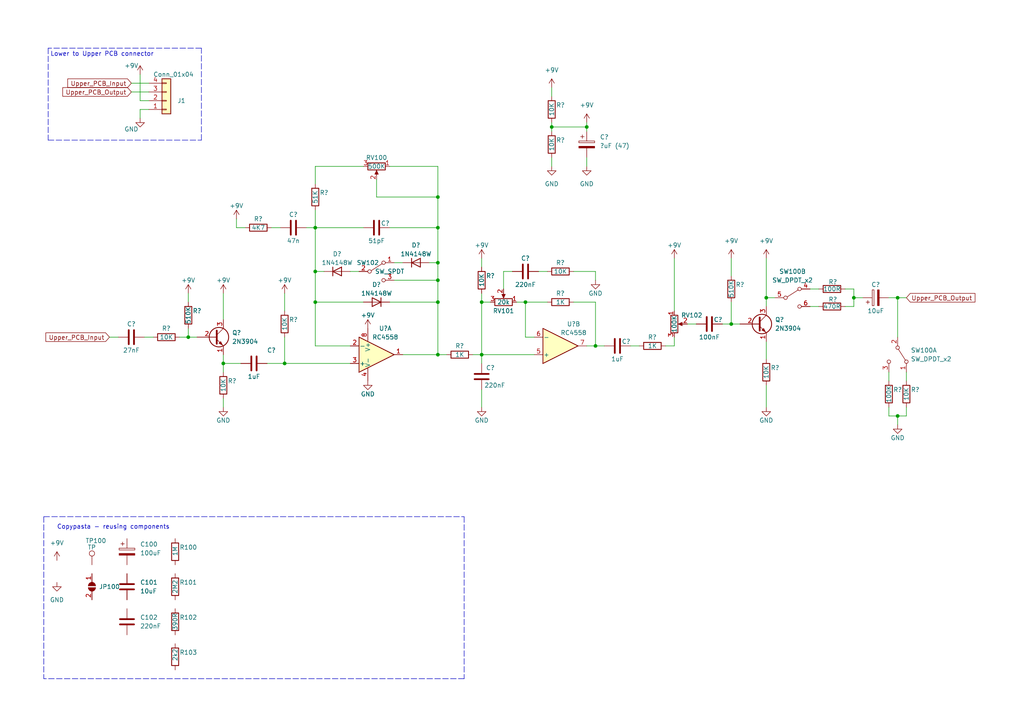
<source format=kicad_sch>
(kicad_sch (version 20211123) (generator eeschema)
  (paper "A4")
  (title_block (title "PedalDev_UpperRaw") (date "2022-02-21") (company "Binary-6"))
  (lib_symbols
    (symbol "Amplifier_Operational:RC4558" (pin_names (offset 0.127))
      (property "Reference" "U" (at 0 5.08 0))
      (property "Value" "RC4558" (at 0 -5.08 0))
      (symbol "RC4558_1_1"
        (polyline (pts (xy -5.08 5.08) (xy 5.08 0) (xy -5.08 -5.08) (xy -5.08 5.08)) (stroke (width 0.254)) (fill (type background)))
        (pin output line (at 7.62 0 180) (length 2.54) (name "~") (number "1"))
        (pin input line (at -7.62 -2.54 0) (length 2.54) (name "-") (number "2"))
        (pin input line (at -7.62 2.54 0) (length 2.54) (name "+") (number "3"))
      )
      (symbol "RC4558_2_1"
        (polyline (pts (xy -5.08 5.08) (xy 5.08 0) (xy -5.08 -5.08) (xy -5.08 5.08)) (stroke (width 0.254)) (fill (type background)))
        (pin input line (at -7.62 2.54 0) (length 2.54) (name "+") (number "5"))
        (pin input line (at -7.62 -2.54 0) (length 2.54) (name "-") (number "6"))
        (pin output line (at 7.62 0 180) (length 2.54) (name "~") (number "7"))
      )
      (symbol "RC4558_3_1"
        (pin power_in line (at -2.54 -7.62 90) (length 3.81) (name "V-") (number "4"))
        (pin power_in line (at -2.54 7.62 270) (length 3.81) (name "V+") (number "8"))
      )
    )
    (symbol "Connector:TestPoint" (pin_numbers hide) (pin_names (offset 0.762) hide)
      (property "Reference" "TP" (at 0 6.858 0))
      (property "Value" "TestPoint" (at 0 5.08 0))
      (symbol "TestPoint_0_1"
        (circle (center 0 3.302) (radius 0.762))
      )
      (symbol "TestPoint_1_1"
        (pin passive line (at 0 0 90) (length 2.54) (name "1") (number "1"))
      )
    )
    (symbol "Connector_Generic:Conn_01x04" (pin_names (offset 1.016) hide)
      (property "Reference" "J" (at 0 5.08 0))
      (property "Value" "Conn_01x04" (at 0 -7.62 0))
      (symbol "Conn_01x04_1_1"
        (rectangle (start -1.27 -4.953) (end 0 -5.207) (stroke (width 0.1524)))
        (rectangle (start -1.27 -2.413) (end 0 -2.667) (stroke (width 0.1524)))
        (rectangle (start -1.27 0.127) (end 0 -0.127) (stroke (width 0.1524)))
        (rectangle (start -1.27 2.667) (end 0 2.413) (stroke (width 0.1524)))
        (rectangle (start -1.27 3.81) (end 1.27 -6.35) (stroke (width 0.254)) (fill (type background)))
        (pin passive line (at -5.08 2.54 0) (length 3.81) (name "Pin_1") (number "1"))
        (pin passive line (at -5.08 0 0) (length 3.81) (name "Pin_2") (number "2"))
        (pin passive line (at -5.08 -2.54 0) (length 3.81) (name "Pin_3") (number "3"))
        (pin passive line (at -5.08 -5.08 0) (length 3.81) (name "Pin_4") (number "4"))
      )
    )
    (symbol "Device:C" (pin_numbers hide) (pin_names (offset 0.254))
      (property "Reference" "C" (at 0.635 2.54 0))
      (property "Value" "C" (at 0.635 -2.54 0))
      (symbol "C_0_1"
        (polyline (pts (xy -2.032 -0.762) (xy 2.032 -0.762)) (stroke (width 0.508)))
        (polyline (pts (xy -2.032 0.762) (xy 2.032 0.762)) (stroke (width 0.508)))
      )
      (symbol "C_1_1"
        (pin passive line (at 0 3.81 270) (length 2.794) (name "~") (number "1"))
        (pin passive line (at 0 -3.81 90) (length 2.794) (name "~") (number "2"))
      )
    )
    (symbol "Device:C_Polarized" (pin_numbers hide) (pin_names (offset 0.254))
      (property "Reference" "C" (at 0.635 2.54 0))
      (property "Value" "C_Polarized" (at 0.635 -2.54 0))
      (symbol "C_Polarized_0_1"
        (rectangle (start -2.286 0.508) (end 2.286 1.016))
        (polyline (pts (xy -1.778 2.286) (xy -0.762 2.286)))
        (polyline (pts (xy -1.27 2.794) (xy -1.27 1.778)))
        (rectangle (start 2.286 -0.508) (end -2.286 -1.016) (fill (type outline)))
      )
      (symbol "C_Polarized_1_1"
        (pin passive line (at 0 3.81 270) (length 2.794) (name "~") (number "1"))
        (pin passive line (at 0 -3.81 90) (length 2.794) (name "~") (number "2"))
      )
    )
    (symbol "Device:R" (pin_numbers hide) (pin_names (offset 0))
      (property "Reference" "R" (at 2.032 0 90))
      (property "Value" "R" (at 0 0 90))
      (symbol "R_0_1"
        (rectangle (start -1.016 -2.54) (end 1.016 2.54) (stroke (width 0.254)))
      )
      (symbol "R_1_1"
        (pin passive line (at 0 3.81 270) (length 1.27) (name "~") (number "1"))
        (pin passive line (at 0 -3.81 90) (length 1.27) (name "~") (number "2"))
      )
    )
    (symbol "Device:R_Potentiometer" (pin_names (offset 1.016) hide)
      (property "Reference" "RV" (at -4.445 0 90))
      (property "Value" "R_Potentiometer" (at -2.54 0 90))
      (symbol "R_Potentiometer_0_1"
        (polyline (pts (xy 2.54 0) (xy 1.524 0)))
        (polyline (pts (xy 1.143 0) (xy 2.286 0.508) (xy 2.286 -0.508) (xy 1.143 0)) (fill (type outline)))
        (rectangle (start 1.016 2.54) (end -1.016 -2.54) (stroke (width 0.254)))
      )
      (symbol "R_Potentiometer_1_1"
        (pin passive line (at 0 3.81 270) (length 1.27) (name "1") (number "1"))
        (pin passive line (at 3.81 0 180) (length 1.27) (name "2") (number "2"))
        (pin passive line (at 0 -3.81 90) (length 1.27) (name "3") (number "3"))
      )
    )
    (symbol "Diode:1N4148W" (pin_numbers hide) (pin_names (offset 1.016) hide)
      (property "Reference" "D" (at 0 2.54 0))
      (property "Value" "1N4148W" (at 0 -2.54 0))
      (symbol "1N4148W_0_1"
        (polyline (pts (xy -1.27 1.27) (xy -1.27 -1.27)) (stroke (width 0.254)))
        (polyline (pts (xy 1.27 0) (xy -1.27 0)))
        (polyline (pts (xy 1.27 1.27) (xy 1.27 -1.27) (xy -1.27 0) (xy 1.27 1.27)) (stroke (width 0.254)))
      )
      (symbol "1N4148W_1_1"
        (pin passive line (at -3.81 0 0) (length 2.54) (name "K") (number "1"))
        (pin passive line (at 3.81 0 180) (length 2.54) (name "A") (number "2"))
      )
    )
    (symbol "Jumper:SolderJumper_2_Open" (pin_names (offset 0) hide)
      (property "Reference" "JP" (at 0 2.032 0))
      (property "Value" "SolderJumper_2_Open" (at 0 -2.54 0))
      (symbol "SolderJumper_2_Open_0_1"
        (arc (start -0.254 1.016) (mid -1.27 0) (end -0.254 -1.016))
        (arc (start -0.254 1.016) (mid -1.27 0) (end -0.254 -1.016) (fill (type outline)))
        (polyline (pts (xy -0.254 1.016) (xy -0.254 -1.016)))
        (polyline (pts (xy 0.254 1.016) (xy 0.254 -1.016)))
        (arc (start 0.254 -1.016) (mid 1.27 0) (end 0.254 1.016))
        (arc (start 0.254 -1.016) (mid 1.27 0) (end 0.254 1.016) (fill (type outline)))
      )
      (symbol "SolderJumper_2_Open_1_1"
        (pin passive line (at -3.81 0 0) (length 2.54) (name "A") (number "1"))
        (pin passive line (at 3.81 0 180) (length 2.54) (name "B") (number "2"))
      )
    )
    (symbol "MeineBibli:+4V5" (power) (pin_names (offset 0))
      (property "Value" "+4V5" (at 0 3.556 0))
      (symbol "+4V5_0_1"
        (polyline (pts (xy -0.762 1.27) (xy 0 2.54)))
        (polyline (pts (xy 0 0) (xy 0 2.54)))
        (polyline (pts (xy 0 2.54) (xy 0.762 1.27)))
      )
      (symbol "+4V5_1_1"
        (pin power_in line (at 0 0 90) (length 0) hide (name "+9V") (number "1"))
      )
    )
    (symbol "Switch:SW_DPDT_x2" (pin_names (offset 0) hide)
      (property "Reference" "SW" (at 0 4.318 0))
      (property "Value" "SW_DPDT_x2" (at 0 -5.08 0))
      (symbol "SW_DPDT_x2_0_0"
        (circle (center -2.032 0) (radius 0.508))
        (circle (center 2.032 -2.54) (radius 0.508))
      )
      (symbol "SW_DPDT_x2_0_1"
        (polyline (pts (xy -1.524 0.254) (xy 1.651 2.286)))
        (circle (center 2.032 2.54) (radius 0.508))
      )
      (symbol "SW_DPDT_x2_1_1"
        (pin passive line (at 5.08 2.54 180) (length 2.54) (name "A") (number "1"))
        (pin passive line (at -5.08 0 0) (length 2.54) (name "B") (number "2"))
        (pin passive line (at 5.08 -2.54 180) (length 2.54) (name "C") (number "3"))
      )
      (symbol "SW_DPDT_x2_2_1"
        (pin passive line (at 5.08 2.54 180) (length 2.54) (name "A") (number "4"))
        (pin passive line (at -5.08 0 0) (length 2.54) (name "B") (number "5"))
        (pin passive line (at 5.08 -2.54 180) (length 2.54) (name "C") (number "6"))
      )
    )
    (symbol "Switch:SW_SPDT" (pin_names (offset 0) hide)
      (property "Reference" "SW" (at 0 4.318 0))
      (property "Value" "SW_SPDT" (at 0 -5.08 0))
      (symbol "SW_SPDT_0_0"
        (circle (center -2.032 0) (radius 0.508))
        (circle (center 2.032 -2.54) (radius 0.508))
      )
      (symbol "SW_SPDT_0_1"
        (polyline (pts (xy -1.524 0.254) (xy 1.651 2.286)))
        (circle (center 2.032 2.54) (radius 0.508))
      )
      (symbol "SW_SPDT_1_1"
        (pin passive line (at 5.08 2.54 180) (length 2.54) (name "A") (number "1"))
        (pin passive line (at -5.08 0 0) (length 2.54) (name "B") (number "2"))
        (pin passive line (at 5.08 -2.54 180) (length 2.54) (name "C") (number "3"))
      )
    )
    (symbol "Transistor_BJT:2N3904" (pin_names (offset 0) hide)
      (property "Reference" "Q" (at 5.08 1.905 0))
      (property "Value" "2N3904" (at 5.08 0 0))
      (symbol "2N3904_0_1"
        (polyline (pts (xy 0.635 0.635) (xy 2.54 2.54)))
        (polyline (pts (xy 0.635 -0.635) (xy 2.54 -2.54) (xy 2.54 -2.54)))
        (polyline (pts (xy 0.635 1.905) (xy 0.635 -1.905) (xy 0.635 -1.905)) (stroke (width 0.508)))
        (polyline (pts (xy 1.27 -1.778) (xy 1.778 -1.27) (xy 2.286 -2.286) (xy 1.27 -1.778) (xy 1.27 -1.778)) (fill (type outline)))
        (circle (center 1.27 0) (radius 2.8194) (stroke (width 0.254)))
      )
      (symbol "2N3904_1_1"
        (pin passive line (at 2.54 -5.08 90) (length 2.54) (name "E") (number "1"))
        (pin passive line (at -5.08 0 0) (length 5.715) (name "B") (number "2"))
        (pin passive line (at 2.54 5.08 270) (length 2.54) (name "C") (number "3"))
      )
    )
    (symbol "power:+9V" (power) (pin_names (offset 0))
      (property "Value" "+9V" (at 0 3.556 0))
      (symbol "+9V_0_1"
        (polyline (pts (xy -0.762 1.27) (xy 0 2.54)))
        (polyline (pts (xy 0 0) (xy 0 2.54)))
        (polyline (pts (xy 0 2.54) (xy 0.762 1.27)))
      )
      (symbol "+9V_1_1"
        (pin power_in line (at 0 0 90) (length 0) hide (name "+9V") (number "1"))
      )
    )
    (symbol "power:GND" (power) (pin_names (offset 0))
      (property "Value" "GND" (at 0 -3.81 0))
      (symbol "GND_0_1"
        (polyline (pts (xy 0 0) (xy 0 -1.27) (xy 1.27 -1.27) (xy 0 -2.54) (xy -1.27 -1.27) (xy 0 -1.27)))
      )
      (symbol "GND_1_1"
        (pin power_in line (at 0 0 270) (length 0) hide (name "GND") (number "1"))
      )
    )
  )
  (junction (at 247.65 86.36))
  (junction (at 64.77 105.41))
  (junction (at 152.4 87.63))
  (junction (at 127 81.28))
  (junction (at 127 87.63))
  (junction (at 54.61 97.79))
  (junction (at 91.44 66.04))
  (junction (at 172.72 100.33))
  (junction (at 170.18 36.83))
  (junction (at 260.35 86.36))
  (junction (at 127 57.15))
  (junction (at 91.44 87.63))
  (junction (at 127 102.87))
  (junction (at 91.44 78.74))
  (junction (at 222.25 86.36))
  (junction (at 127 66.04))
  (junction (at 160.02 36.83))
  (junction (at 82.55 105.41))
  (junction (at 260.35 120.65))
  (junction (at 212.09 93.98))
  (junction (at 139.7 102.87))
  (junction (at 127 76.2))
  (junction (at 139.7 87.63))
  (wire (pts (xy 222.25 99.06) (xy 222.25 104.14)))
  (polyline (pts (xy 58.42 40.64) (xy 58.42 13.97)))
  (wire (pts (xy 247.65 86.36) (xy 247.65 83.82)))
  (wire (pts (xy 160.02 36.83) (xy 170.18 36.83)))
  (wire (pts (xy 222.25 86.36) (xy 224.79 86.36)))
  (wire (pts (xy 116.84 102.87) (xy 127 102.87)))
  (wire (pts (xy 43.18 31.75) (xy 40.64 31.75)))
  (wire (pts (xy 212.09 74.93) (xy 212.09 80.01)))
  (wire (pts (xy 262.89 107.95) (xy 262.89 110.49)))
  (wire (pts (xy 212.09 93.98) (xy 214.63 93.98)))
  (wire (pts (xy 247.65 88.9) (xy 247.65 86.36)))
  (wire (pts (xy 91.44 87.63) (xy 91.44 100.33)))
  (wire (pts (xy 260.35 120.65) (xy 257.81 120.65)))
  (wire (pts (xy 113.03 87.63) (xy 127 87.63)))
  (wire (pts (xy 41.91 97.79) (xy 44.45 97.79)))
  (wire (pts (xy 199.39 93.98) (xy 201.93 93.98)))
  (wire (pts (xy 127 81.28) (xy 127 87.63)))
  (wire (pts (xy 127 66.04) (xy 127 76.2)))
  (wire (pts (xy 148.59 78.74) (xy 146.05 78.74)))
  (wire (pts (xy 40.64 21.59) (xy 40.64 29.21)))
  (wire (pts (xy 193.04 100.33) (xy 195.58 100.33)))
  (wire (pts (xy 152.4 87.63) (xy 152.4 97.79)))
  (wire (pts (xy 139.7 87.63) (xy 139.7 102.87)))
  (wire (pts (xy 160.02 25.4) (xy 160.02 27.94)))
  (wire (pts (xy 64.77 105.41) (xy 69.85 105.41)))
  (wire (pts (xy 137.16 102.87) (xy 139.7 102.87)))
  (wire (pts (xy 262.89 120.65) (xy 260.35 120.65)))
  (wire (pts (xy 105.41 48.26) (xy 91.44 48.26)))
  (wire (pts (xy 234.95 88.9) (xy 237.49 88.9)))
  (wire (pts (xy 101.6 78.74) (xy 104.14 78.74)))
  (wire (pts (xy 82.55 105.41) (xy 77.47 105.41)))
  (wire (pts (xy 68.58 66.04) (xy 71.12 66.04)))
  (wire (pts (xy 262.89 118.11) (xy 262.89 120.65)))
  (polyline (pts (xy 13.97 40.64) (xy 58.42 40.64)))
  (wire (pts (xy 82.55 85.09) (xy 82.55 90.17)))
  (wire (pts (xy 158.75 87.63) (xy 152.4 87.63)))
  (wire (pts (xy 222.25 74.93) (xy 222.25 86.36)))
  (wire (pts (xy 234.95 83.82) (xy 237.49 83.82)))
  (wire (pts (xy 260.35 86.36) (xy 260.35 97.79)))
  (polyline (pts (xy 58.42 13.97) (xy 13.97 13.97)))
  (wire (pts (xy 105.41 66.04) (xy 91.44 66.04)))
  (wire (pts (xy 64.77 85.09) (xy 64.77 92.71)))
  (wire (pts (xy 127 57.15) (xy 127 66.04)))
  (wire (pts (xy 64.77 105.41) (xy 64.77 107.95)))
  (wire (pts (xy 139.7 102.87) (xy 154.94 102.87)))
  (wire (pts (xy 127 102.87) (xy 129.54 102.87)))
  (wire (pts (xy 172.72 78.74) (xy 172.72 81.28)))
  (wire (pts (xy 260.35 86.36) (xy 262.89 86.36)))
  (wire (pts (xy 142.24 87.63) (xy 139.7 87.63)))
  (wire (pts (xy 82.55 97.79) (xy 82.55 105.41)))
  (wire (pts (xy 54.61 95.25) (xy 54.61 97.79)))
  (wire (pts (xy 91.44 78.74) (xy 93.98 78.74)))
  (wire (pts (xy 64.77 102.87) (xy 64.77 105.41)))
  (wire (pts (xy 160.02 35.56) (xy 160.02 36.83)))
  (wire (pts (xy 160.02 36.83) (xy 160.02 38.1)))
  (wire (pts (xy 139.7 102.87) (xy 139.7 105.41)))
  (wire (pts (xy 68.58 63.5) (xy 68.58 66.04)))
  (wire (pts (xy 91.44 87.63) (xy 105.41 87.63)))
  (wire (pts (xy 160.02 45.72) (xy 160.02 48.26)))
  (wire (pts (xy 82.55 105.41) (xy 101.6 105.41)))
  (wire (pts (xy 64.77 115.57) (xy 64.77 118.11)))
  (polyline (pts (xy 12.7 149.86) (xy 12.7 196.85)))
  (wire (pts (xy 212.09 93.98) (xy 209.55 93.98)))
  (wire (pts (xy 139.7 113.03) (xy 139.7 118.11)))
  (wire (pts (xy 170.18 36.83) (xy 170.18 38.1)))
  (wire (pts (xy 31.75 97.79) (xy 34.29 97.79)))
  (wire (pts (xy 260.35 120.65) (xy 260.35 123.19)))
  (wire (pts (xy 91.44 48.26) (xy 91.44 53.34)))
  (wire (pts (xy 109.22 52.07) (xy 109.22 57.15)))
  (wire (pts (xy 152.4 97.79) (xy 154.94 97.79)))
  (wire (pts (xy 38.1 26.67) (xy 43.18 26.67)))
  (wire (pts (xy 114.3 76.2) (xy 116.84 76.2)))
  (wire (pts (xy 114.3 81.28) (xy 127 81.28)))
  (wire (pts (xy 166.37 78.74) (xy 172.72 78.74)))
  (wire (pts (xy 124.46 76.2) (xy 127 76.2)))
  (wire (pts (xy 222.25 111.76) (xy 222.25 118.11)))
  (wire (pts (xy 91.44 66.04) (xy 91.44 78.74)))
  (wire (pts (xy 54.61 85.09) (xy 54.61 87.63)))
  (wire (pts (xy 170.18 100.33) (xy 172.72 100.33)))
  (wire (pts (xy 212.09 87.63) (xy 212.09 93.98)))
  (wire (pts (xy 127 76.2) (xy 127 81.28)))
  (wire (pts (xy 88.9 66.04) (xy 91.44 66.04)))
  (wire (pts (xy 245.11 83.82) (xy 247.65 83.82)))
  (wire (pts (xy 40.64 31.75) (xy 40.64 34.29)))
  (wire (pts (xy 195.58 100.33) (xy 195.58 97.79)))
  (polyline (pts (xy 134.62 196.85) (xy 12.7 196.85)))
  (wire (pts (xy 52.07 97.79) (xy 54.61 97.79)))
  (wire (pts (xy 146.05 78.74) (xy 146.05 83.82)))
  (wire (pts (xy 91.44 100.33) (xy 101.6 100.33)))
  (wire (pts (xy 91.44 78.74) (xy 91.44 87.63)))
  (wire (pts (xy 139.7 74.93) (xy 139.7 77.47)))
  (wire (pts (xy 38.1 24.13) (xy 43.18 24.13)))
  (wire (pts (xy 182.88 100.33) (xy 185.42 100.33)))
  (wire (pts (xy 113.03 48.26) (xy 127 48.26)))
  (polyline (pts (xy 12.7 149.86) (xy 134.62 149.86)))
  (wire (pts (xy 113.03 66.04) (xy 127 66.04)))
  (wire (pts (xy 247.65 86.36) (xy 250.19 86.36)))
  (wire (pts (xy 245.11 88.9) (xy 247.65 88.9)))
  (wire (pts (xy 257.81 120.65) (xy 257.81 118.11)))
  (wire (pts (xy 170.18 45.72) (xy 170.18 48.26)))
  (wire (pts (xy 139.7 87.63) (xy 139.7 85.09)))
  (polyline (pts (xy 134.62 149.86) (xy 134.62 196.85)))
  (wire (pts (xy 149.86 87.63) (xy 152.4 87.63)))
  (wire (pts (xy 156.21 78.74) (xy 158.75 78.74)))
  (wire (pts (xy 127 87.63) (xy 127 102.87)))
  (wire (pts (xy 172.72 100.33) (xy 175.26 100.33)))
  (wire (pts (xy 195.58 74.93) (xy 195.58 90.17)))
  (wire (pts (xy 91.44 60.96) (xy 91.44 66.04)))
  (wire (pts (xy 54.61 97.79) (xy 57.15 97.79)))
  (wire (pts (xy 40.64 29.21) (xy 43.18 29.21)))
  (wire (pts (xy 127 48.26) (xy 127 57.15)))
  (wire (pts (xy 257.81 107.95) (xy 257.81 110.49)))
  (wire (pts (xy 170.18 35.56) (xy 170.18 36.83)))
  (wire (pts (xy 78.74 66.04) (xy 81.28 66.04)))
  (wire (pts (xy 172.72 100.33) (xy 172.72 87.63)))
  (polyline (pts (xy 13.97 13.97) (xy 13.97 40.64)))
  (wire (pts (xy 109.22 57.15) (xy 127 57.15)))
  (wire (pts (xy 222.25 88.9) (xy 222.25 86.36)))
  (wire (pts (xy 166.37 87.63) (xy 172.72 87.63)))
  (wire (pts (xy 257.81 86.36) (xy 260.35 86.36)))
  (text "Lower to Upper PCB connector" (at 14.605 16.51 0) (effects (font (size 1.27 1.27)) (justify left bottom)))
  (text "Copypasta - reusing components" (at 16.51 153.67 0) (effects (font (size 1.27 1.27)) (justify left bottom)))
  (global_label "Upper_PCB_Input" (shape input) (at 38.1 24.13 180) (property "Intersheet References" "${INTERSHEET_REFS}" (effects hide)))
  (global_label "Upper_PCB_Output" (shape input) (at 262.89 86.36 0) (property "Intersheet References" "${INTERSHEET_REFS}" (effects hide)))
  (global_label "Upper_PCB_Input" (shape input) (at 31.75 97.79 180) (property "Intersheet References" "${INTERSHEET_REFS}" (effects hide)))
  (global_label "Upper_PCB_Output" (shape input) (at 38.1 26.67 180) (property "Intersheet References" "${INTERSHEET_REFS}" (effects hide)))
  (symbol (lib_id "Connector:TestPoint") (at 26.67 163.83 0) (unit 1) (in_bom no)
    (property "Reference" "TP100" (at 24.765 156.845 0) (effects (justify left)))
    (property "Value" "TP" (at 25.4 158.75 0) (effects (justify left)))
    (property "Footprint" "TestPoint:TestPoint_Pad_D2.0mm" (effects hide))
  )
  (symbol (lib_id "Device:C_Polarized") (at 170.18 41.91 0) (unit 1)
    (property "Reference" "C?" (at 173.99 39.7509 0) (effects (justify left)))
    (property "Value" "?uF (47)" (at 173.99 42.2909 0) (effects (justify left)))
    (property "Datasheet" "https://datasheet.lcsc.com/szlcsc/1811201537_Lelon-VZT101M1V0606-TRO_C249982.pdf" (effects hide))
  )
  (symbol (lib_id "power:GND") (at 170.18 48.26 0) (unit 1)
    (property "Reference" "#PWR?" (effects hide))
    (property "Value" "GND" (at 170.18 53.34 0))
  )
  (symbol (lib_id "Diode:1N4148W") (at 109.22 87.63 180) (unit 1)
    (property "Reference" "D?" (at 109.22 82.55 0))
    (property "Value" "1N4148W" (at 109.22 85.09 0))
    (property "Footprint" "Diode_SMD:D_SOD-123" (effects hide))
    (property "Datasheet" "https://www.vishay.com/docs/85748/1n4148w.pdf" (effects hide))
    (property "LCSC" "C81598" (effects hide))
  )
  (symbol (lib_id "power:GND") (at 106.68 110.49 0) (unit 1)
    (property "Reference" "#PWR?" (effects hide))
    (property "Value" "GND" (at 106.68 114.3 0))
  )
  (symbol (lib_id "Transistor_BJT:2N3904") (at 62.23 97.79 0) (unit 1)
    (property "Reference" "Q?" (at 67.31 96.5199 0) (effects (justify left)))
    (property "Value" "2N3904" (at 67.31 99.06 0) (effects (justify left)))
    (property "Footprint" "Package_TO_SOT_THT:TO-92_Inline" (effects hide))
    (property "Datasheet" "https://www.onsemi.com/pub/Collateral/2N3903-D.PDF" (effects hide))
  )
  (symbol (lib_id "Switch:SW_SPDT") (at 109.22 78.74 0) (unit 1)
    (property "Reference" "SW102" (at 106.68 76.2 0))
    (property "Value" "SW_SPDT" (at 113.03 78.74 0))
    (property "Footprint" "MeineBib:Switch_toggle_SPDT_Print" (effects hide))
  )
  (symbol (lib_id "Device:R") (at 133.35 102.87 90) (unit 1)
    (property "Reference" "R?" (at 134.62 100.33 90) (effects (justify left)))
    (property "Value" "1K" (at 133.35 102.87 90))
    (property "Footprint" "Resistor_SMD:R_0603_1608Metric" (effects hide))
  )
  (symbol (lib_id "Device:R") (at 64.77 111.76 0) (unit 1)
    (property "Reference" "R?" (at 66.04 110.49 0) (effects (justify left)))
    (property "Value" "10K" (at 64.77 111.76 90))
    (property "Footprint" "Resistor_SMD:R_0603_1608Metric" (effects hide))
  )
  (symbol (lib_id "Device:R") (at 91.44 57.15 0) (unit 1)
    (property "Reference" "R?" (at 92.71 55.88 0) (effects (justify left)))
    (property "Value" "51K" (at 91.44 57.15 90))
    (property "Footprint" "Resistor_SMD:R_0603_1608Metric" (effects hide))
  )
  (symbol (lib_id "Transistor_BJT:2N3904") (at 219.71 93.98 0) (unit 1)
    (property "Reference" "Q?" (at 224.79 92.7099 0) (effects (justify left)))
    (property "Value" "2N3904" (at 224.79 95.25 0) (effects (justify left)))
    (property "Footprint" "Package_TO_SOT_THT:TO-92_Inline" (effects hide))
    (property "Datasheet" "https://www.onsemi.com/pub/Collateral/2N3903-D.PDF" (effects hide))
  )
  (symbol (lib_id "Device:R") (at 50.8 180.34 0) (unit 1)
    (property "Reference" "R102" (at 52.07 179.07 0) (effects (justify left)))
    (property "Value" "390R" (at 50.8 182.88 90) (effects (justify left)))
    (property "Footprint" "Resistor_SMD:R_0603_1608Metric" (effects hide))
  )
  (symbol (lib_id "Device:C") (at 85.09 66.04 90) (unit 1)
    (property "Reference" "C?" (at 85.09 62.23 90))
    (property "Value" "47n" (at 85.09 69.85 90))
    (property "LCSC" "C15850" (effects hide))
  )
  (symbol (lib_id "Device:R") (at 50.8 190.5 0) (unit 1)
    (property "Reference" "R103" (at 52.07 189.23 0) (effects (justify left)))
    (property "Value" "2k2" (at 50.8 191.77 90) (effects (justify left)))
    (property "Footprint" "Resistor_SMD:R_0603_1608Metric" (effects hide))
  )
  (symbol (lib_id "Jumper:SolderJumper_2_Open") (at 26.67 170.18 90) (mirror x) (unit 1) (in_bom no)
    (property "Reference" "JP100" (at 31.75 170.18 90))
    (property "Value" "Jmp" (effects hide))
    (property "Footprint" "Jumper:SolderJumper-2_P1.3mm_Open_TrianglePad1.0x1.5mm" (effects hide))
  )
  (symbol (lib_id "Amplifier_Operational:RC4558") (at 109.22 102.87 0) (mirror x) (unit 1)
    (property "Reference" "U?" (at 111.76 95.25 0))
    (property "Value" "RC4558" (at 111.76 97.79 0))
    (property "Datasheet" "http://www.ti.com/lit/ds/symlink/rc4558.pdf" (effects hide))
  )
  (symbol (lib_id "power:GND") (at 64.77 118.11 0) (unit 1)
    (property "Reference" "#PWR?" (effects hide))
    (property "Value" "GND" (at 64.77 121.92 0))
  )
  (symbol (lib_id "Diode:1N4148W") (at 120.65 76.2 0) (unit 1)
    (property "Reference" "D?" (at 120.65 71.12 0))
    (property "Value" "1N4148W" (at 120.65 73.66 0))
    (property "Footprint" "Diode_SMD:D_SOD-123" (effects hide))
    (property "Datasheet" "https://www.vishay.com/docs/85748/1n4148w.pdf" (effects hide))
    (property "LCSC" "C81598" (effects hide))
  )
  (symbol (lib_id "Switch:SW_DPDT_x2") (at 229.87 86.36 0) (unit 2)
    (property "Reference" "SW100" (at 229.87 78.74 0))
    (property "Value" "SW_DPDT_x2" (at 229.87 81.28 0))
    (property "Footprint" "MeineBib:Switch_toggle_DPDT_Print" (effects hide))
  )
  (symbol (lib_id "Device:C") (at 109.22 66.04 90) (unit 1)
    (property "Reference" "C?" (at 111.76 64.77 90))
    (property "Value" "51pF" (at 109.22 69.85 90))
    (property "LCSC" "C15850" (effects hide))
  )
  (symbol (lib_id "Device:R") (at 160.02 41.91 0) (unit 1)
    (property "Reference" "R?" (at 161.29 40.64 0) (effects (justify left)))
    (property "Value" "10K" (at 160.02 41.91 90))
    (property "Footprint" "Resistor_SMD:R_0603_1608Metric" (effects hide))
  )
  (symbol (lib_id "power:GND") (at 260.35 123.19 0) (unit 1)
    (property "Reference" "#PWR?" (effects hide))
    (property "Value" "GND" (at 260.35 127 0))
  )
  (symbol (lib_id "MeineBibli:+4V5") (at 54.61 85.09 0) (unit 1)
    (property "Reference" "#PWR?" (effects hide))
    (property "Value" "+4V5" (at 54.61 81.28 0))
  )
  (symbol (lib_id "Device:R") (at 48.26 97.79 90) (unit 1)
    (property "Reference" "R?" (at 49.53 95.25 90) (effects (justify left)))
    (property "Value" "10K" (at 48.26 97.79 90))
    (property "Footprint" "Resistor_SMD:R_0603_1608Metric" (effects hide))
  )
  (symbol (lib_id "Connector_Generic:Conn_01x04") (at 48.26 29.21 0) (mirror x) (unit 1) (in_bom no)
    (property "Reference" "J1" (at 51.435 29.2101 0) (effects (justify left)))
    (property "Value" "Conn_01x04" (at 44.45 21.59 0) (effects (justify left)))
    (property "Footprint" "Connector_JST:JST_XH_B4B-XH-A_1x04_P2.50mm_Vertical" (effects hide))
  )
  (symbol (lib_id "power:GND") (at 222.25 118.11 0) (unit 1)
    (property "Reference" "#PWR?" (effects hide))
    (property "Value" "GND" (at 222.25 121.92 0))
  )
  (symbol (lib_id "power:GND") (at 40.64 34.29 0) (unit 1)
    (property "Reference" "#PWR04" (effects hide))
    (property "Value" "GND" (at 38.1 37.465 0))
  )
  (symbol (lib_id "MeineBibli:+4V5") (at 195.58 74.93 0) (unit 1)
    (property "Reference" "#PWR?" (effects hide))
    (property "Value" "+4V5" (at 195.58 71.12 0))
  )
  (symbol (lib_id "Amplifier_Operational:RC4558") (at 162.56 100.33 0) (mirror x) (unit 2)
    (property "Reference" "U?" (at 166.37 93.98 0))
    (property "Value" "RC4558" (at 166.37 96.52 0))
    (property "Datasheet" "http://www.ti.com/lit/ds/symlink/rc4558.pdf" (effects hide))
  )
  (symbol (lib_id "power:+9V") (at 222.25 74.93 0) (unit 1)
    (property "Reference" "#PWR?" (effects hide))
    (property "Value" "+9V" (at 222.25 69.85 0))
  )
  (symbol (lib_id "Device:C") (at 36.83 180.34 0) (mirror y) (unit 1)
    (property "Reference" "C102" (at 40.64 179.0699 0) (effects (justify right)))
    (property "Value" "220nF" (at 40.64 181.6099 0) (effects (justify right)))
    (property "Footprint" "Capacitor_SMD:C_0603_1608Metric" (effects hide))
    (property "LCSC" "C21120 " (effects hide))
  )
  (symbol (lib_id "Device:R") (at 257.81 114.3 0) (unit 1)
    (property "Reference" "R?" (at 259.08 113.03 0) (effects (justify left)))
    (property "Value" "100K" (at 257.81 114.3 90))
    (property "Footprint" "Resistor_SMD:R_0603_1608Metric" (effects hide))
  )
  (symbol (lib_id "Device:R") (at 82.55 93.98 0) (unit 1)
    (property "Reference" "R?" (at 83.82 92.71 0) (effects (justify left)))
    (property "Value" "10K" (at 82.55 93.98 90))
    (property "Footprint" "Resistor_SMD:R_0603_1608Metric" (effects hide))
  )
  (symbol (lib_id "Device:C") (at 73.66 105.41 90) (unit 1)
    (property "Reference" "C?" (at 78.74 101.6 90))
    (property "Value" "1uF" (at 73.66 109.22 90))
    (property "LCSC" "C15850" (effects hide))
  )
  (symbol (lib_id "Device:R") (at 50.8 170.18 180) (unit 1)
    (property "Reference" "R101" (at 54.61 168.91 0))
    (property "Value" "2M2" (at 50.8 170.18 90))
    (property "Footprint" "Resistor_SMD:R_0603_1608Metric" (effects hide))
  )
  (symbol (lib_id "power:GND") (at 172.72 81.28 0) (unit 1)
    (property "Reference" "#PWR?" (effects hide))
    (property "Value" "GND" (at 172.72 85.09 0))
  )
  (symbol (lib_id "Device:R") (at 222.25 107.95 0) (unit 1)
    (property "Reference" "R?" (at 223.52 106.68 0) (effects (justify left)))
    (property "Value" "10K" (at 222.25 107.95 90))
    (property "Footprint" "Resistor_SMD:R_0603_1608Metric" (effects hide))
  )
  (symbol (lib_id "Device:C_Polarized") (at 36.83 160.02 0) (unit 1)
    (property "Reference" "C100" (at 40.64 157.8609 0) (effects (justify left)))
    (property "Value" "100uF" (at 40.64 160.4009 0) (effects (justify left)))
    (property "Footprint" "Capacitor_THT:CP_Radial_D5.0mm_P2.00mm" (effects hide))
    (property "Datasheet" "https://datasheet.lcsc.com/szlcsc/1811201537_Lelon-VZT101M1V0606-TRO_C249982.pdf" (effects hide))
    (property "LCSC" "C108360" (effects hide))
  )
  (symbol (lib_id "MeineBibli:+4V5") (at 68.58 63.5 0) (unit 1)
    (property "Reference" "#PWR?" (effects hide))
    (property "Value" "+4V5" (at 68.58 59.69 0))
  )
  (symbol (lib_id "Device:C_Polarized") (at 254 86.36 90) (unit 1)
    (property "Reference" "C?" (at 254 82.55 90))
    (property "Value" "10uF" (at 254 90.17 90))
    (property "Datasheet" "https://datasheet.lcsc.com/szlcsc/1811201537_Lelon-VZT101M1V0606-TRO_C249982.pdf" (effects hide))
  )
  (symbol (lib_id "Device:C") (at 179.07 100.33 90) (unit 1)
    (property "Reference" "C?" (at 181.61 99.06 90))
    (property "Value" "1uF" (at 179.07 104.14 90))
    (property "LCSC" "C15850" (effects hide))
  )
  (symbol (lib_id "Device:R") (at 74.93 66.04 90) (unit 1)
    (property "Reference" "R?" (at 76.2 63.5 90) (effects (justify left)))
    (property "Value" "4K7" (at 74.93 66.04 90))
    (property "Footprint" "Resistor_SMD:R_0603_1608Metric" (effects hide))
  )
  (symbol (lib_id "MeineBibli:+4V5") (at 82.55 85.09 0) (unit 1)
    (property "Reference" "#PWR?" (effects hide))
    (property "Value" "+4V5" (at 82.55 81.28 0))
  )
  (symbol (lib_id "Diode:1N4148W") (at 97.79 78.74 0) (unit 1)
    (property "Reference" "D?" (at 97.79 73.66 0))
    (property "Value" "1N4148W" (at 97.79 76.2 0))
    (property "Footprint" "Diode_SMD:D_SOD-123" (effects hide))
    (property "Datasheet" "https://www.vishay.com/docs/85748/1n4148w.pdf" (effects hide))
    (property "LCSC" "C81598" (effects hide))
  )
  (symbol (lib_id "Device:R") (at 212.09 83.82 0) (unit 1)
    (property "Reference" "R?" (at 213.36 82.55 0) (effects (justify left)))
    (property "Value" "510K" (at 212.09 83.82 90))
    (property "Footprint" "Resistor_SMD:R_0603_1608Metric" (effects hide))
  )
  (symbol (lib_id "MeineBibli:+4V5") (at 139.7 74.93 0) (unit 1)
    (property "Reference" "#PWR?" (effects hide))
    (property "Value" "+4V5" (at 139.7 71.12 0))
  )
  (symbol (lib_id "Device:R") (at 241.3 88.9 270) (unit 1)
    (property "Reference" "R?" (at 240.284 86.868 90) (effects (justify left)))
    (property "Value" "470R" (at 241.3 88.9 90))
    (property "Footprint" "Resistor_SMD:R_0603_1608Metric" (effects hide))
  )
  (symbol (lib_id "power:+9V") (at 16.51 162.56 0) (unit 1)
    (property "Reference" "#PWR01" (effects hide))
    (property "Value" "+9V" (at 16.51 157.48 0))
  )
  (symbol (lib_id "Device:R") (at 50.8 160.02 0) (unit 1)
    (property "Reference" "R100" (at 52.07 158.75 0) (effects (justify left)))
    (property "Value" "1M" (at 50.8 161.29 90) (effects (justify left)))
    (property "Footprint" "Resistor_SMD:R_0603_1608Metric" (effects hide))
  )
  (symbol (lib_id "Device:C") (at 36.83 170.18 0) (unit 1)
    (property "Reference" "C101" (at 40.64 168.9099 0) (effects (justify left)))
    (property "Value" "10uF" (at 40.64 171.4499 0) (effects (justify left)))
    (property "Footprint" "Capacitor_SMD:C_0805_2012Metric" (effects hide))
    (property "LCSC" "C15850" (effects hide))
  )
  (symbol (lib_id "Device:C") (at 139.7 109.22 0) (unit 1)
    (property "Reference" "C?" (at 142.24 106.68 0))
    (property "Value" "220nF" (at 143.51 111.76 0))
    (property "LCSC" "C15850" (effects hide))
  )
  (symbol (lib_id "Device:R") (at 262.89 114.3 0) (unit 1)
    (property "Reference" "R?" (at 264.16 113.03 0) (effects (justify left)))
    (property "Value" "10K" (at 262.89 114.3 90))
    (property "Footprint" "Resistor_SMD:R_0603_1608Metric" (effects hide))
  )
  (symbol (lib_id "Device:C") (at 205.74 93.98 90) (unit 1)
    (property "Reference" "C?" (at 208.28 92.71 90))
    (property "Value" "100nF" (at 205.74 97.79 90))
    (property "LCSC" "C15850" (effects hide))
  )
  (symbol (lib_id "Device:C") (at 152.4 78.74 90) (unit 1)
    (property "Reference" "C?" (at 152.4 74.93 90))
    (property "Value" "220nF" (at 152.4 82.55 90))
    (property "LCSC" "C15850" (effects hide))
  )
  (symbol (lib_id "Device:R") (at 189.23 100.33 90) (unit 1)
    (property "Reference" "R?" (at 190.5 97.79 90) (effects (justify left)))
    (property "Value" "1K" (at 189.23 100.33 90))
    (property "Footprint" "Resistor_SMD:R_0603_1608Metric" (effects hide))
  )
  (symbol (lib_id "Device:R") (at 160.02 31.75 0) (unit 1)
    (property "Reference" "R?" (at 161.29 30.48 0) (effects (justify left)))
    (property "Value" "10K" (at 160.02 31.75 90))
    (property "Footprint" "Resistor_SMD:R_0603_1608Metric" (effects hide))
  )
  (symbol (lib_id "power:+9V") (at 106.68 95.25 0) (unit 1)
    (property "Reference" "#PWR?" (effects hide))
    (property "Value" "+9V" (at 106.68 91.44 0))
  )
  (symbol (lib_id "power:GND") (at 160.02 48.26 0) (unit 1)
    (property "Reference" "#PWR?" (effects hide))
    (property "Value" "GND" (at 160.02 53.34 0))
  )
  (symbol (lib_id "Amplifier_Operational:RC4558") (at 109.22 102.87 0) (unit 3)
    (property "Reference" "U?" (effects hide))
    (property "Value" "RC4558" (effects hide))
    (property "Datasheet" "http://www.ti.com/lit/ds/symlink/rc4558.pdf" (effects hide))
  )
  (symbol (lib_id "Device:R") (at 139.7 81.28 0) (unit 1)
    (property "Reference" "R?" (at 140.97 80.01 0) (effects (justify left)))
    (property "Value" "10K" (at 139.7 81.28 90))
    (property "Footprint" "Resistor_SMD:R_0603_1608Metric" (effects hide))
  )
  (symbol (lib_id "power:+9V") (at 160.02 25.4 0) (unit 1)
    (property "Reference" "#PWR?" (effects hide))
    (property "Value" "+9V" (at 160.02 20.32 0))
  )
  (symbol (lib_id "power:GND") (at 139.7 118.11 0) (unit 1)
    (property "Reference" "#PWR?" (effects hide))
    (property "Value" "GND" (at 139.7 121.92 0))
  )
  (symbol (lib_id "MeineBibli:+4V5") (at 170.18 35.56 0) (unit 1)
    (property "Reference" "#PWR?" (effects hide))
    (property "Value" "+4V5" (at 170.18 30.48 0))
  )
  (symbol (lib_id "Device:R") (at 162.56 87.63 90) (unit 1)
    (property "Reference" "R?" (at 163.83 85.09 90) (effects (justify left)))
    (property "Value" "1K" (at 162.56 87.63 90))
    (property "Footprint" "Resistor_SMD:R_0603_1608Metric" (effects hide))
  )
  (symbol (lib_id "Device:R") (at 241.3 83.82 270) (unit 1)
    (property "Reference" "R?" (at 240.284 81.788 90) (effects (justify left)))
    (property "Value" "100R" (at 241.3 83.82 90))
    (property "Footprint" "Resistor_SMD:R_0603_1608Metric" (effects hide))
  )
  (symbol (lib_id "Device:C") (at 38.1 97.79 90) (unit 1)
    (property "Reference" "C?" (at 38.1 93.98 90))
    (property "Value" "27nF" (at 38.1 101.6 90))
    (property "LCSC" "C15850" (effects hide))
  )
  (symbol (lib_id "power:GND") (at 16.51 168.91 0) (unit 1)
    (property "Reference" "#PWR02" (effects hide))
    (property "Value" "GND" (at 16.51 173.99 0))
  )
  (symbol (lib_id "MeineBibli:+4V5") (at 212.09 74.93 0) (unit 1)
    (property "Reference" "#PWR?" (effects hide))
    (property "Value" "+4V5" (at 212.09 69.85 0))
  )
  (symbol (lib_id "Device:R") (at 54.61 91.44 0) (unit 1)
    (property "Reference" "R?" (at 55.88 90.17 0) (effects (justify left)))
    (property "Value" "510K" (at 54.61 91.44 90))
    (property "Footprint" "Resistor_SMD:R_0603_1608Metric" (effects hide))
  )
  (symbol (lib_id "Device:R_Potentiometer") (at 109.22 48.26 270) (unit 1)
    (property "Reference" "RV100" (at 109.22 45.72 90))
    (property "Value" "500K" (at 109.22 48.26 90))
    (property "Footprint" "Potentiometer_THT:Potentiometer_Alpha_RD901F-40-00D_Single_Vertical" (effects hide))
  )
  (symbol (lib_id "Device:R") (at 162.56 78.74 90) (unit 1)
    (property "Reference" "R?" (at 163.83 76.2 90) (effects (justify left)))
    (property "Value" "10K" (at 162.56 78.74 90))
    (property "Footprint" "Resistor_SMD:R_0603_1608Metric" (effects hide))
  )
  (symbol (lib_id "Device:R_Potentiometer") (at 195.58 93.98 0) (unit 1)
    (property "Reference" "RV102" (at 200.66 91.44 0))
    (property "Value" "100K" (at 195.58 93.98 90))
    (property "Footprint" "Potentiometer_THT:Potentiometer_Alpha_RD901F-40-00D_Single_Vertical" (effects hide))
  )
  (symbol (lib_id "Device:R_Potentiometer") (at 146.05 87.63 270) (mirror x) (unit 1)
    (property "Reference" "RV101" (at 146.05 90.17 90))
    (property "Value" "20k" (at 146.05 87.63 90))
    (property "Footprint" "Potentiometer_THT:Potentiometer_Alpha_RD901F-40-00D_Single_Vertical" (effects hide))
  )
  (symbol (lib_id "Switch:SW_DPDT_x2") (at 260.35 102.87 270) (unit 1)
    (property "Reference" "SW100" (at 264.16 101.5999 90) (effects (justify left)))
    (property "Value" "SW_DPDT_x2" (at 264.16 104.1399 90) (effects (justify left)))
    (property "Footprint" "MeineBib:Switch_toggle_DPDT_Print" (effects hide))
  )
  (symbol (lib_id "power:+9V") (at 40.64 21.59 0) (unit 1)
    (property "Reference" "#PWR03" (effects hide))
    (property "Value" "+9V" (at 38.1 19.05 0))
  )
  (symbol (lib_id "power:+9V") (at 64.77 85.09 0) (unit 1)
    (property "Reference" "#PWR?" (effects hide))
    (property "Value" "+9V" (at 64.77 81.28 0))
  )
)
</source>
